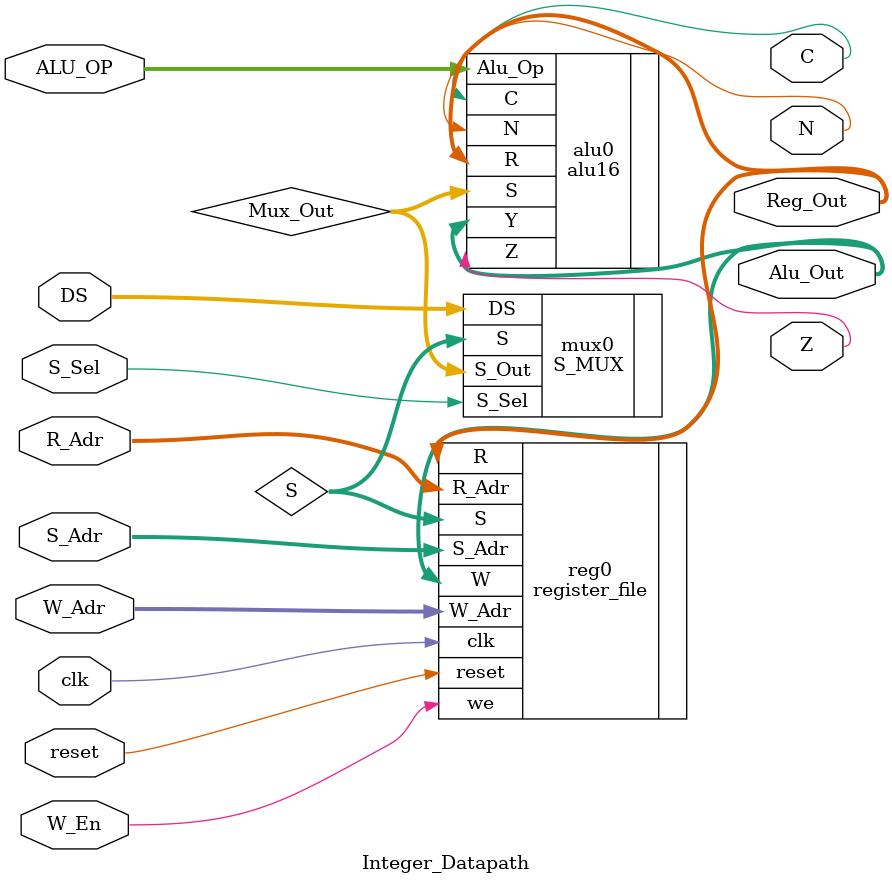
<source format=v>
`timescale 1ns / 1ps
module Integer_Datapath(clk, reset, W_En, W_Adr, S_Adr, R_Adr, DS, S_Sel, C, N, Z, 
								Alu_Out, Reg_Out, ALU_OP);
	
	// Input declarations
	input        clk  , reset , S_Sel , W_En ;
	input [2:0]  R_Adr, S_Adr , W_Adr ;
	input [3:0]  ALU_OP ;
	input [15:0] DS ;
	
	// Output declarations
	output        C      , N      , Z;
	output [15:0] Reg_Out, Alu_Out; 
	
	// Wire declarations to interconnect modules
	wire [15:0] S, Mux_Out, Alu_Out; 
	
	// Instantiate register file that reads, writes, and stores values
	// Register file contains the 3-to-8 decoder and reg16 file
	register_file reg0 ( .clk(clk), 
								.reset(reset), 
								.we(W_En), 
								.W(Alu_Out), 
								.W_Adr(W_Adr), 
								.R_Adr(R_Adr), 
								.S_Adr(S_Adr), 
								.R(Reg_Out), 
								.S(S));
	
	
	// Instantiate a 2-to-1 mux that chooses AA55 or the value from register file 
	S_MUX         mux0 ( .S(S), 
								.DS(DS), 
								.S_Sel(S_Sel), 
								.S_Out(Mux_Out));
	
	// Instantiate the alu16 module that performs artihmetic operations such as add
	// or subtract or AND gate. The result will be display on the 7-segment display
	alu16         alu0 ( .R(Reg_Out), 
								.S(Mux_Out), 
								.Alu_Op(ALU_OP), 
								.Y(Alu_Out), 
								.N(N), .Z(Z), .C(C));
endmodule 
</source>
